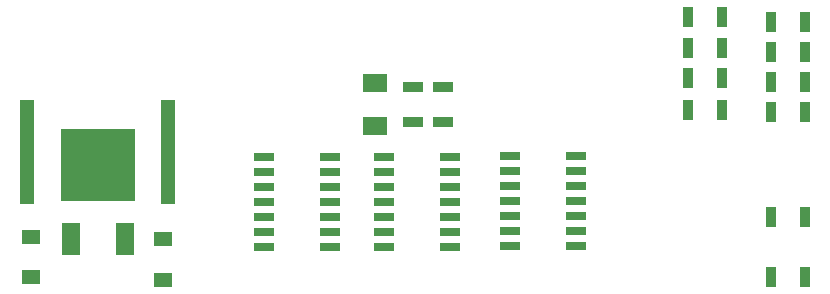
<source format=gbr>
G04 EAGLE Gerber RS-274X export*
G75*
%MOMM*%
%FSLAX34Y34*%
%LPD*%
%INSolderpaste Bottom*%
%IPPOS*%
%AMOC8*
5,1,8,0,0,1.08239X$1,22.5*%
G01*
%ADD10R,1.700000X0.900000*%
%ADD11R,0.900000X1.700000*%
%ADD12R,1.750000X0.650000*%
%ADD13R,6.300000X6.100000*%
%ADD14R,1.500000X2.800000*%
%ADD15R,1.270000X8.763000*%
%ADD16R,1.600000X1.200000*%
%ADD17R,2.100000X1.500000*%


D10*
X393700Y224050D03*
X393700Y195050D03*
X419100Y195050D03*
X419100Y224050D03*
D11*
X725700Y203200D03*
X696700Y203200D03*
X725700Y228600D03*
X696700Y228600D03*
X725700Y254000D03*
X696700Y254000D03*
X725700Y279400D03*
X696700Y279400D03*
D12*
X323850Y165100D03*
X323850Y152400D03*
X323850Y139700D03*
X323850Y127000D03*
X323850Y114300D03*
X323850Y101600D03*
X323850Y88900D03*
X267850Y88900D03*
X267850Y101600D03*
X267850Y114300D03*
X267850Y127000D03*
X267850Y139700D03*
X267850Y152400D03*
X267850Y165100D03*
D13*
X127000Y158350D03*
D14*
X149800Y95350D03*
X104200Y95350D03*
D15*
X186690Y169545D03*
X67310Y169545D03*
D16*
X181864Y61232D03*
X181864Y95232D03*
X70612Y63264D03*
X70612Y97264D03*
D12*
X532250Y165600D03*
X532250Y152900D03*
X532250Y140200D03*
X532250Y127500D03*
X532250Y114800D03*
X532250Y102100D03*
X532250Y89400D03*
X476250Y89400D03*
X476250Y102100D03*
X476250Y114800D03*
X476250Y127500D03*
X476250Y140200D03*
X476250Y152900D03*
X476250Y165600D03*
D11*
X626850Y205232D03*
X655850Y205232D03*
X626850Y232156D03*
X655850Y232156D03*
X626850Y257048D03*
X655850Y257048D03*
X626850Y283464D03*
X655850Y283464D03*
D12*
X425450Y165100D03*
X425450Y152400D03*
X425450Y139700D03*
X425450Y127000D03*
X425450Y114300D03*
X425450Y101600D03*
X425450Y88900D03*
X369450Y88900D03*
X369450Y101600D03*
X369450Y114300D03*
X369450Y127000D03*
X369450Y139700D03*
X369450Y152400D03*
X369450Y165100D03*
D17*
X361950Y227550D03*
X361950Y191550D03*
D11*
X725700Y114300D03*
X696700Y114300D03*
X725700Y63500D03*
X696700Y63500D03*
M02*

</source>
